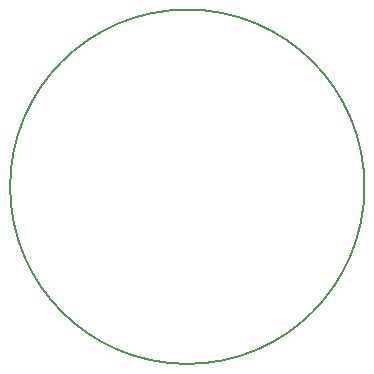
<source format=gbr>
G04 #@! TF.GenerationSoftware,KiCad,Pcbnew,5.0.2-bee76a0~70~ubuntu16.04.1*
G04 #@! TF.CreationDate,2019-11-03T02:02:15+01:00*
G04 #@! TF.ProjectId,lamp,6c616d70-2e6b-4696-9361-645f70636258,rev?*
G04 #@! TF.SameCoordinates,Original*
G04 #@! TF.FileFunction,Profile,NP*
%FSLAX46Y46*%
G04 Gerber Fmt 4.6, Leading zero omitted, Abs format (unit mm)*
G04 Created by KiCad (PCBNEW 5.0.2-bee76a0~70~ubuntu16.04.1) date Sun 03 Nov 2019 02:02:15 AM CET*
%MOMM*%
%LPD*%
G01*
G04 APERTURE LIST*
%ADD10C,0.200000*%
G04 APERTURE END LIST*
D10*
X110000000Y-95000000D02*
G75*
G03X110000000Y-95000000I-15000000J0D01*
G01*
M02*

</source>
